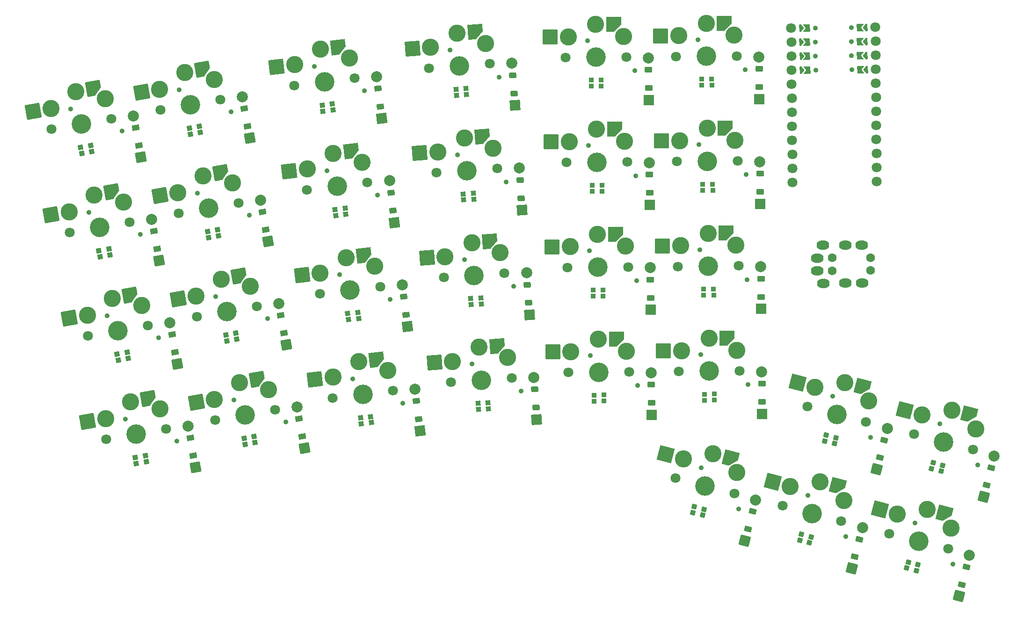
<source format=gbr>
%TF.GenerationSoftware,KiCad,Pcbnew,7.0.10-7.0.10~ubuntu22.04.1*%
%TF.CreationDate,2024-03-04T12:43:43-07:00*%
%TF.ProjectId,boardPcb,626f6172-6450-4636-922e-6b696361645f,v1.0.0*%
%TF.SameCoordinates,Original*%
%TF.FileFunction,Soldermask,Top*%
%TF.FilePolarity,Negative*%
%FSLAX46Y46*%
G04 Gerber Fmt 4.6, Leading zero omitted, Abs format (unit mm)*
G04 Created by KiCad (PCBNEW 7.0.10-7.0.10~ubuntu22.04.1) date 2024-03-04 12:43:43*
%MOMM*%
%LPD*%
G01*
G04 APERTURE LIST*
G04 Aperture macros list*
%AMRoundRect*
0 Rectangle with rounded corners*
0 $1 Rounding radius*
0 $2 $3 $4 $5 $6 $7 $8 $9 X,Y pos of 4 corners*
0 Add a 4 corners polygon primitive as box body*
4,1,4,$2,$3,$4,$5,$6,$7,$8,$9,$2,$3,0*
0 Add four circle primitives for the rounded corners*
1,1,$1+$1,$2,$3*
1,1,$1+$1,$4,$5*
1,1,$1+$1,$6,$7*
1,1,$1+$1,$8,$9*
0 Add four rect primitives between the rounded corners*
20,1,$1+$1,$2,$3,$4,$5,0*
20,1,$1+$1,$4,$5,$6,$7,0*
20,1,$1+$1,$6,$7,$8,$9,0*
20,1,$1+$1,$8,$9,$2,$3,0*%
%AMHorizOval*
0 Thick line with rounded ends*
0 $1 width*
0 $2 $3 position (X,Y) of the first rounded end (center of the circle)*
0 $4 $5 position (X,Y) of the second rounded end (center of the circle)*
0 Add line between two ends*
20,1,$1,$2,$3,$4,$5,0*
0 Add two circle primitives to create the rounded ends*
1,1,$1,$2,$3*
1,1,$1,$4,$5*%
%AMFreePoly0*
4,1,14,1.335355,1.335355,1.350000,1.300000,1.350000,0.000000,1.335355,-0.035355,0.035355,-1.335355,0.000000,-1.350000,-1.300000,-1.350000,-1.335355,-1.335355,-1.350000,-1.300000,-1.350000,1.300000,-1.335355,1.335355,-1.300000,1.350000,1.300000,1.350000,1.335355,1.335355,1.335355,1.335355,$1*%
%AMFreePoly1*
4,1,16,-0.214645,0.660355,-0.210957,0.656235,0.289043,0.031235,0.299694,-0.005522,0.289043,-0.031235,-0.210957,-0.656235,-0.244478,-0.674694,-0.250000,-0.675000,-0.500000,-0.675000,-0.535355,-0.660355,-0.550000,-0.625000,-0.550000,0.625000,-0.535355,0.660355,-0.500000,0.675000,-0.250000,0.675000,-0.214645,0.660355,-0.214645,0.660355,$1*%
%AMFreePoly2*
4,1,16,0.535355,0.660355,0.550000,0.625000,0.550000,-0.625000,0.535355,-0.660355,0.500000,-0.675000,-0.650000,-0.675000,-0.685355,-0.660355,-0.700000,-0.625000,-0.689043,-0.593765,-0.214031,0.000000,-0.689043,0.593765,-0.699694,0.630522,-0.681235,0.664043,-0.650000,0.675000,0.500000,0.675000,0.535355,0.660355,0.535355,0.660355,$1*%
G04 Aperture macros list end*
%ADD10RoundRect,0.050000X1.029867X-0.721121X0.721121X1.029867X-1.029867X0.721121X-0.721121X-1.029867X0*%
%ADD11RoundRect,0.050000X0.669026X-0.338975X0.512743X0.547352X-0.669026X0.338975X-0.512743X-0.547352X0*%
%ADD12C,2.005000*%
%ADD13RoundRect,0.102000X-0.426485X-0.251219X0.251219X-0.426485X0.426485X0.251219X-0.251219X0.426485X0*%
%ADD14RoundRect,0.050000X0.896724X-0.881208X0.881208X0.896724X-0.896724X0.881208X-0.881208X-0.896724X0*%
%ADD15RoundRect,0.050000X0.603904X-0.444747X0.596050X0.455219X-0.603904X0.444747X-0.596050X-0.455219X0*%
%ADD16C,1.801800*%
%ADD17C,3.100000*%
%ADD18C,3.529000*%
%ADD19FreePoly0,10.000000*%
%ADD20RoundRect,0.050000X-1.054507X-1.505993X1.505993X-1.054507X1.054507X1.505993X-1.505993X1.054507X0*%
%ADD21C,0.900000*%
%ADD22FreePoly0,7.000000*%
%ADD23RoundRect,0.050000X-1.131880X-1.448740X1.448740X-1.131880X1.131880X1.448740X-1.448740X1.131880X0*%
%ADD24RoundRect,0.102000X-0.283906X-0.405460X0.405460X-0.283906X0.283906X0.405460X-0.405460X0.283906X0*%
%ADD25FreePoly0,4.000000*%
%ADD26RoundRect,0.050000X-1.206150X-1.387517X1.387517X-1.206150X1.206150X1.387517X-1.387517X1.206150X0*%
%ADD27RoundRect,0.050000X0.948848X-0.824821X0.824821X0.948848X-0.948848X0.824821X-0.824821X-0.948848X0*%
%ADD28RoundRect,0.050000X0.629929X-0.407050X0.567148X0.490758X-0.629929X0.407050X-0.567148X-0.490758X0*%
%ADD29RoundRect,0.102000X-0.304737X-0.390045X0.390045X-0.304737X0.304737X0.390045X-0.390045X0.304737X0*%
%ADD30C,1.600000*%
%ADD31HorizOval,1.700000X-0.299989X-0.002618X0.299989X0.002618X0*%
%ADD32RoundRect,0.102000X-0.346932X-0.353041X0.353041X-0.346932X0.346932X0.353041X-0.353041X0.346932X0*%
%ADD33RoundRect,0.050000X0.638095X-1.083271X1.083271X0.638095X-0.638095X1.083271X-1.083271X-0.638095X0*%
%ADD34RoundRect,0.050000X0.468218X-0.585894X0.693560X0.285438X-0.468218X0.585894X-0.693560X-0.285438X0*%
%ADD35RoundRect,0.102000X-0.324733X-0.373562X0.373562X-0.324733X0.324733X0.373562X-0.373562X0.324733X0*%
%ADD36FreePoly0,0.500000*%
%ADD37RoundRect,0.050000X-1.288606X-1.311295X1.311295X-1.288606X1.288606X1.311295X-1.311295X1.288606X0*%
%ADD38FreePoly0,345.500000*%
%ADD39RoundRect,0.050000X-1.584086X-0.933098X0.933098X-1.584086X1.584086X0.933098X-0.933098X1.584086X0*%
%ADD40RoundRect,0.050000X0.990715X-0.774032X0.774032X0.990715X-0.990715X0.774032X-0.774032X-0.990715X0*%
%ADD41RoundRect,0.050000X0.650369X-0.373524X0.540686X0.519767X-0.650369X0.373524X-0.540686X-0.519767X0*%
%ADD42HorizOval,1.800000X0.000000X0.000000X0.000000X0.000000X0*%
%ADD43FreePoly1,0.500000*%
%ADD44FreePoly2,180.500000*%
%ADD45HorizOval,1.800000X0.000000X0.000000X0.000000X0.000000X0*%
%ADD46FreePoly2,0.500000*%
%ADD47FreePoly1,180.500000*%
G04 APERTURE END LIST*
D10*
%TO.C,D7*%
X156846153Y-143757958D03*
D11*
X156471072Y-141630773D03*
X155898034Y-138380907D03*
D12*
X155522953Y-136253722D03*
%TD*%
D13*
%TO.C,REF\u002A\u002A*%
X254882209Y-198281444D03*
X255157627Y-197216482D03*
X253385917Y-196758286D03*
X253110499Y-197823248D03*
%TD*%
D14*
%TO.C,D23*%
X245968971Y-136941398D03*
D15*
X245950122Y-134781480D03*
X245921324Y-131481606D03*
D12*
X245902475Y-129321688D03*
%TD*%
D16*
%TO.C,S7*%
X140717844Y-138671332D03*
D17*
X140559068Y-134891479D03*
X145101080Y-131856661D03*
D18*
X146134287Y-137716267D03*
D17*
X150407145Y-133154997D03*
D16*
X151550730Y-136761202D03*
D19*
X148326326Y-131287963D03*
D20*
X137333822Y-135460177D03*
D21*
X144136131Y-135022316D03*
X153462062Y-138962749D03*
%TD*%
D16*
%TO.C,S9*%
X168575213Y-172096389D03*
D17*
X168614476Y-168313407D03*
X173309094Y-165520458D03*
D18*
X174034217Y-171426108D03*
D17*
X178539938Y-167094713D03*
D16*
X179493221Y-170755827D03*
D22*
X176559683Y-165121336D03*
D23*
X165363888Y-168712529D03*
D21*
X172179790Y-168631274D03*
X181286713Y-173054388D03*
%TD*%
D16*
%TO.C,S2*%
X124321004Y-160855643D03*
D17*
X124162228Y-157075790D03*
X128704240Y-154040972D03*
D18*
X129737447Y-159900578D03*
D17*
X134010305Y-155339308D03*
D16*
X135153890Y-158945513D03*
D19*
X131929486Y-153472274D03*
D20*
X120936982Y-157644488D03*
D21*
X127739291Y-157206627D03*
X137065222Y-161147060D03*
%TD*%
D24*
%TO.C,REF\u002A\u002A*%
X131550200Y-164911930D03*
X131359187Y-163828642D03*
X129556988Y-164146418D03*
X129748001Y-165229706D03*
%TD*%
D16*
%TO.C,S14*%
X188688664Y-150263110D03*
D17*
X188925859Y-146487366D03*
X193760215Y-143943943D03*
D18*
X194175266Y-149879449D03*
D17*
X198901499Y-145789801D03*
D16*
X199661868Y-149495788D03*
D25*
X197027237Y-143715490D03*
D26*
X185658837Y-146715819D03*
D21*
X192469651Y-146991392D03*
X201332606Y-151885064D03*
%TD*%
D16*
%TO.C,S11*%
X163944178Y-134379635D03*
D17*
X163983441Y-130596653D03*
X168678059Y-127803704D03*
D18*
X169403182Y-133709354D03*
D17*
X173908903Y-129377959D03*
D16*
X174862186Y-133039073D03*
D22*
X171928648Y-127404582D03*
D23*
X160732853Y-130995775D03*
D21*
X167548755Y-130914520D03*
X176655678Y-135337634D03*
%TD*%
D27*
%TO.C,D15*%
X202871549Y-138054021D03*
D28*
X202720875Y-135899283D03*
X202490679Y-132607321D03*
D12*
X202340005Y-130452583D03*
%TD*%
D29*
%TO.C,REF\u002A\u002A*%
X170951176Y-138808711D03*
X170817120Y-137716910D03*
X169000760Y-137939931D03*
X169134816Y-139031732D03*
%TD*%
D30*
%TO.C,TRRS1*%
X265954519Y-146657363D03*
X258954785Y-146718449D03*
X265974590Y-148957275D03*
X258974856Y-149018361D03*
D31*
X256254888Y-146742010D03*
X256274959Y-149041923D03*
X257334775Y-144432499D03*
X257394988Y-151332236D03*
X261334623Y-144397593D03*
X261394836Y-151297330D03*
X264334509Y-144371413D03*
X264394722Y-151271150D03*
%TD*%
D24*
%TO.C,REF\u002A\u002A*%
X154545670Y-180150314D03*
X154354657Y-179067026D03*
X152552458Y-179384802D03*
X152743471Y-180468090D03*
%TD*%
D32*
%TO.C,REF\u002A\u002A*%
X217196916Y-115631667D03*
X217187317Y-114531709D03*
X215357386Y-114547679D03*
X215366985Y-115647637D03*
%TD*%
D27*
%TO.C,D16*%
X201546176Y-119100304D03*
D28*
X201395502Y-116945566D03*
X201165306Y-113653604D03*
D12*
X201014632Y-111498866D03*
%TD*%
D14*
%TO.C,D17*%
X226301341Y-175114482D03*
D15*
X226282492Y-172954564D03*
X226253694Y-169654690D03*
D12*
X226234845Y-167494772D03*
%TD*%
D10*
%TO.C,D5*%
X163444784Y-181180653D03*
D11*
X163069703Y-179053468D03*
X162496665Y-175803602D03*
D12*
X162121584Y-173676417D03*
%TD*%
D16*
%TO.C,S10*%
X166259695Y-153238012D03*
D17*
X166298958Y-149455030D03*
X170993576Y-146662081D03*
D18*
X171718699Y-152567731D03*
D17*
X176224420Y-148236336D03*
D16*
X177177703Y-151897450D03*
D22*
X174244165Y-146262959D03*
D23*
X163048370Y-149854152D03*
D21*
X169864272Y-149772897D03*
X178971195Y-154196011D03*
%TD*%
D32*
%TO.C,REF\u002A\u002A*%
X217528524Y-153630220D03*
X217518925Y-152530262D03*
X215688994Y-152546232D03*
X215698593Y-153646190D03*
%TD*%
D33*
%TO.C,D29*%
X286406611Y-189959579D03*
D34*
X286947432Y-187868380D03*
X287773686Y-184673492D03*
D12*
X288314507Y-182582293D03*
%TD*%
D24*
%TO.C,REF\u002A\u002A*%
X124951569Y-127489236D03*
X124760556Y-126405948D03*
X122958357Y-126723724D03*
X123149370Y-127807012D03*
%TD*%
D35*
%TO.C,REF\u002A\u002A*%
X192803512Y-117145399D03*
X192726780Y-116048079D03*
X190901238Y-116175733D03*
X190977970Y-117273053D03*
%TD*%
D16*
%TO.C,S17*%
X211233757Y-167435677D03*
D17*
X211701014Y-163681456D03*
X216681625Y-161437908D03*
D18*
X216733548Y-167387681D03*
D17*
X221700633Y-163594191D03*
D16*
X222233339Y-167339685D03*
D36*
X219956500Y-161409328D03*
D37*
X208426139Y-163710036D03*
D21*
X215207426Y-164400885D03*
X223755098Y-169826500D03*
%TD*%
D16*
%TO.C,S20*%
X210736345Y-110437848D03*
D17*
X211203602Y-106683627D03*
X216184213Y-104440079D03*
D18*
X216236136Y-110389852D03*
D17*
X221203221Y-106596362D03*
D16*
X221735927Y-110341856D03*
D36*
X219459088Y-104411499D03*
D37*
X207928727Y-106712207D03*
D21*
X214710014Y-107403056D03*
X223257686Y-112828671D03*
%TD*%
D10*
%TO.C,D6*%
X160145469Y-162469306D03*
D11*
X159770388Y-160342121D03*
X159197350Y-157092255D03*
D12*
X158822269Y-154965070D03*
%TD*%
D13*
%TO.C,REF\u002A\u002A*%
X259373083Y-180324008D03*
X259648501Y-179259046D03*
X257876791Y-178800850D03*
X257601373Y-179865812D03*
%TD*%
D24*
%TO.C,REF\u002A\u002A*%
X128250884Y-146200583D03*
X128059871Y-145117295D03*
X126257672Y-145435071D03*
X126448685Y-146518359D03*
%TD*%
D32*
%TO.C,REF\u002A\u002A*%
X217362720Y-134630943D03*
X217353121Y-133530985D03*
X215523190Y-133546955D03*
X215532789Y-134646913D03*
%TD*%
D16*
%TO.C,S29*%
X273839864Y-178642645D03*
D17*
X275262863Y-175137281D03*
X280654437Y-174259257D03*
D18*
X279164676Y-180019735D03*
D17*
X284944339Y-177641081D03*
D16*
X284489488Y-181396825D03*
D38*
X283825121Y-175079251D03*
D39*
X272092179Y-174317287D03*
D21*
X278463595Y-176739722D03*
X285315759Y-184192764D03*
%TD*%
D24*
%TO.C,REF\u002A\u002A*%
X151246355Y-161438967D03*
X151055342Y-160355679D03*
X149253143Y-160673455D03*
X149444156Y-161756743D03*
%TD*%
%TO.C,REF\u002A\u002A*%
X144647724Y-124016272D03*
X144456711Y-122932984D03*
X142654512Y-123250760D03*
X142845525Y-124334048D03*
%TD*%
D16*
%TO.C,S25*%
X230623084Y-186584881D03*
D17*
X232046083Y-183079517D03*
X237437657Y-182201493D03*
D18*
X235947896Y-187961971D03*
D17*
X241727559Y-185583317D03*
D16*
X241272708Y-189339061D03*
D38*
X240608341Y-183021487D03*
D39*
X228875399Y-182259523D03*
D21*
X235246815Y-184681958D03*
X242098979Y-192135000D03*
%TD*%
D16*
%TO.C,S13*%
X190014037Y-169216827D03*
D17*
X190251232Y-165441083D03*
X195085588Y-162897660D03*
D18*
X195500639Y-168833166D03*
D17*
X200226872Y-164743518D03*
D16*
X200987241Y-168449505D03*
D25*
X198352610Y-162669207D03*
D26*
X186984210Y-165669536D03*
D21*
X193795024Y-165945109D03*
X202657979Y-170838781D03*
%TD*%
D13*
%TO.C,REF\u002A\u002A*%
X235519256Y-193273844D03*
X235794674Y-192208882D03*
X234022964Y-191750686D03*
X233747546Y-192815648D03*
%TD*%
D10*
%TO.C,D1*%
X143748629Y-184653616D03*
D11*
X143373548Y-182526431D03*
X142800510Y-179276565D03*
D12*
X142425429Y-177149380D03*
%TD*%
D14*
%TO.C,D18*%
X226135537Y-156115205D03*
D15*
X226116688Y-153955287D03*
X226087890Y-150655413D03*
D12*
X226069041Y-148495495D03*
%TD*%
D16*
%TO.C,S4*%
X117722374Y-123432948D03*
D17*
X117563598Y-119653095D03*
X122105610Y-116618277D03*
D18*
X123138817Y-122477883D03*
D17*
X127411675Y-117916613D03*
D16*
X128555260Y-121522818D03*
D19*
X125330856Y-116049579D03*
D20*
X114338352Y-120221793D03*
D21*
X121140661Y-119783932D03*
X130466592Y-123724365D03*
%TD*%
D40*
%TO.C,D10*%
X182099687Y-159161758D03*
D41*
X181836449Y-157017858D03*
X181434281Y-153742456D03*
D12*
X181171043Y-151598556D03*
%TD*%
D16*
%TO.C,S18*%
X211067953Y-148436401D03*
D17*
X211535210Y-144682180D03*
X216515821Y-142438632D03*
D18*
X216567744Y-148388405D03*
D17*
X221534829Y-144594915D03*
D16*
X222067535Y-148340409D03*
D36*
X219790696Y-142410052D03*
D37*
X208260335Y-144710760D03*
D21*
X215041622Y-145401609D03*
X223589294Y-150827224D03*
%TD*%
D10*
%TO.C,D2*%
X140449314Y-165942269D03*
D11*
X140074233Y-163815084D03*
X139501195Y-160565218D03*
D12*
X139126114Y-158438033D03*
%TD*%
D24*
%TO.C,REF\u002A\u002A*%
X134849515Y-183623278D03*
X134658502Y-182539990D03*
X132856303Y-182857766D03*
X133047316Y-183941054D03*
%TD*%
D40*
%TO.C,D9*%
X184415205Y-178020135D03*
D41*
X184151967Y-175876235D03*
X183749799Y-172600833D03*
D12*
X183486561Y-170456933D03*
%TD*%
D33*
%TO.C,D26*%
X262552784Y-202909414D03*
D34*
X263093605Y-200818215D03*
X263919859Y-197623327D03*
D12*
X264460680Y-195532128D03*
%TD*%
D32*
%TO.C,REF\u002A\u002A*%
X237693567Y-172454965D03*
X237683968Y-171355007D03*
X235854037Y-171370977D03*
X235863636Y-172470935D03*
%TD*%
D16*
%TO.C,S27*%
X269348990Y-196600081D03*
D17*
X270771989Y-193094717D03*
X276163563Y-192216693D03*
D18*
X274673802Y-197977171D03*
D17*
X280453465Y-195598517D03*
D16*
X279998614Y-199354261D03*
D38*
X279334247Y-193036687D03*
D39*
X267601305Y-192274723D03*
D21*
X273972721Y-194697158D03*
X280824885Y-202150200D03*
%TD*%
D10*
%TO.C,D4*%
X133850683Y-128519575D03*
D11*
X133475602Y-126392390D03*
X132902564Y-123142524D03*
D12*
X132527483Y-121015339D03*
%TD*%
D16*
%TO.C,S3*%
X121021689Y-142144296D03*
D17*
X120862913Y-138364443D03*
X125404925Y-135329625D03*
D18*
X126438132Y-141189231D03*
D17*
X130710990Y-136627961D03*
D16*
X131854575Y-140234166D03*
D19*
X128630171Y-134760927D03*
D20*
X117637667Y-138933141D03*
D21*
X124439976Y-138495280D03*
X133765907Y-142435713D03*
%TD*%
D35*
%TO.C,REF\u002A\u002A*%
X194128885Y-136099116D03*
X194052153Y-135001796D03*
X192226611Y-135129450D03*
X192303343Y-136226770D03*
%TD*%
D24*
%TO.C,REF\u002A\u002A*%
X147947039Y-142727619D03*
X147756026Y-141644331D03*
X145953827Y-141962107D03*
X146144840Y-143045395D03*
%TD*%
D16*
%TO.C,S21*%
X231232996Y-167261146D03*
D17*
X231700253Y-163506925D03*
X236680864Y-161263377D03*
D18*
X236732787Y-167213150D03*
D17*
X241699872Y-163419660D03*
D16*
X242232578Y-167165154D03*
D36*
X239955739Y-161234797D03*
D37*
X228425378Y-163535505D03*
D21*
X235206665Y-164226354D03*
X243754337Y-169651969D03*
%TD*%
D29*
%TO.C,REF\u002A\u002A*%
X173266693Y-157667088D03*
X173132637Y-156575287D03*
X171316277Y-156798308D03*
X171450333Y-157890109D03*
%TD*%
D14*
%TO.C,D21*%
X246300579Y-174939951D03*
D15*
X246281730Y-172780033D03*
X246252932Y-169480159D03*
D12*
X246234083Y-167320241D03*
%TD*%
D42*
%TO.C,*%
X251571417Y-105111296D03*
D43*
X253571341Y-105093843D03*
D21*
X255929252Y-105073266D03*
D44*
X263965945Y-105003131D03*
D42*
X251593583Y-107651199D03*
D43*
X253593507Y-107633746D03*
D21*
X255951417Y-107613169D03*
D44*
X263988111Y-107543034D03*
D42*
X251615748Y-110191103D03*
D43*
X253615672Y-110173650D03*
D21*
X255973582Y-110153072D03*
D44*
X264010276Y-110082937D03*
D42*
X251637914Y-112731006D03*
D43*
X253637837Y-112713553D03*
D21*
X255995748Y-112692976D03*
D44*
X264032442Y-112622841D03*
D42*
X251660079Y-115270909D03*
X251682244Y-117810813D03*
X251704410Y-120350716D03*
X251726575Y-122890619D03*
X251748741Y-125430522D03*
X251770906Y-127970426D03*
X251793071Y-130510329D03*
X251815237Y-133050232D03*
D45*
X267054657Y-132917240D03*
X267032491Y-130377337D03*
X267010326Y-127837433D03*
X266988160Y-125297530D03*
X266965995Y-122757627D03*
X266943830Y-120217723D03*
X266921664Y-117677820D03*
X266899499Y-115137917D03*
D46*
X254482805Y-112706179D03*
D21*
X262519499Y-112636044D03*
D47*
X264877410Y-112615467D03*
D45*
X266877333Y-112598014D03*
D46*
X254460640Y-110166276D03*
D21*
X262497334Y-110096141D03*
D47*
X264855244Y-110075563D03*
D45*
X266855168Y-110058110D03*
D46*
X254438475Y-107626372D03*
D21*
X262475168Y-107556237D03*
D47*
X264833079Y-107535660D03*
D45*
X266833003Y-107518207D03*
D46*
X254416309Y-105086469D03*
D21*
X262453003Y-105016334D03*
D47*
X264810913Y-104995757D03*
D45*
X266810837Y-104978304D03*
%TD*%
D14*
%TO.C,D20*%
X225803928Y-118116652D03*
D15*
X225785079Y-115956734D03*
X225756281Y-112656860D03*
D12*
X225737432Y-110496942D03*
%TD*%
D40*
%TO.C,D12*%
X177468652Y-121445004D03*
D41*
X177205414Y-119301104D03*
X176803246Y-116025702D03*
D12*
X176540008Y-113881802D03*
%TD*%
D29*
%TO.C,REF\u002A\u002A*%
X175582211Y-176525465D03*
X175448155Y-175433664D03*
X173631795Y-175656685D03*
X173765851Y-176748486D03*
%TD*%
D10*
%TO.C,D8*%
X153546838Y-125046611D03*
D11*
X153171757Y-122919426D03*
X152598719Y-119669560D03*
D12*
X152223638Y-117542375D03*
%TD*%
D16*
%TO.C,S23*%
X230901387Y-129262593D03*
D17*
X231368644Y-125508372D03*
X236349255Y-123264824D03*
D18*
X236401178Y-129214597D03*
D17*
X241368263Y-125421107D03*
D16*
X241900969Y-129166601D03*
D36*
X239624130Y-123236244D03*
D37*
X228093769Y-125536952D03*
D21*
X234875056Y-126227801D03*
X243422728Y-131653416D03*
%TD*%
D32*
%TO.C,REF\u002A\u002A*%
X237361958Y-134456412D03*
X237352359Y-133356454D03*
X235522428Y-133372424D03*
X235532027Y-134472382D03*
%TD*%
D29*
%TO.C,REF\u002A\u002A*%
X168635658Y-119950334D03*
X168501602Y-118858533D03*
X166685242Y-119081554D03*
X166819298Y-120173355D03*
%TD*%
D32*
%TO.C,REF\u002A\u002A*%
X217694328Y-172629496D03*
X217684729Y-171529538D03*
X215854798Y-171545508D03*
X215864397Y-172645466D03*
%TD*%
D16*
%TO.C,S16*%
X186037918Y-112355676D03*
D17*
X186275113Y-108579932D03*
X191109469Y-106036509D03*
D18*
X191524520Y-111972015D03*
D17*
X196250753Y-107882367D03*
D16*
X197011122Y-111588354D03*
D25*
X194376491Y-105808056D03*
D26*
X183008091Y-108808385D03*
D21*
X189818905Y-109083958D03*
X198681860Y-113977630D03*
%TD*%
D14*
%TO.C,D19*%
X225969732Y-137115929D03*
D15*
X225950883Y-134956011D03*
X225922085Y-131656137D03*
D12*
X225903236Y-129496219D03*
%TD*%
D16*
%TO.C,S19*%
X210902149Y-129437124D03*
D17*
X211369406Y-125682903D03*
X216350017Y-123439355D03*
D18*
X216401940Y-129389128D03*
D17*
X221369025Y-125595638D03*
D16*
X221901731Y-129341132D03*
D36*
X219624892Y-123410775D03*
D37*
X208094531Y-125711483D03*
D21*
X214875818Y-126402332D03*
X223423490Y-131827947D03*
%TD*%
D14*
%TO.C,D24*%
X245803167Y-117942121D03*
D15*
X245784318Y-115782203D03*
X245755520Y-112482329D03*
D12*
X245736671Y-110322411D03*
%TD*%
D14*
%TO.C,D22*%
X246134775Y-155940674D03*
D15*
X246115926Y-153780756D03*
X246087128Y-150480882D03*
D12*
X246068279Y-148320964D03*
%TD*%
D32*
%TO.C,REF\u002A\u002A*%
X237527762Y-153455689D03*
X237518163Y-152355731D03*
X235688232Y-152371701D03*
X235697831Y-153471659D03*
%TD*%
D16*
%TO.C,S12*%
X161628660Y-115521258D03*
D17*
X161667923Y-111738276D03*
X166362541Y-108945327D03*
D18*
X167087664Y-114850977D03*
D17*
X171593385Y-110519582D03*
D16*
X172546668Y-114180696D03*
D22*
X169613130Y-108546205D03*
D23*
X158417335Y-112137398D03*
D21*
X165233237Y-112056143D03*
X174340160Y-116479257D03*
%TD*%
D27*
%TO.C,D14*%
X204196922Y-157007738D03*
D28*
X204046248Y-154853000D03*
X203816052Y-151561038D03*
D12*
X203665378Y-149406300D03*
%TD*%
D27*
%TO.C,D13*%
X205522295Y-175961455D03*
D28*
X205371621Y-173806717D03*
X205141425Y-170514755D03*
D12*
X204990751Y-168360017D03*
%TD*%
D40*
%TO.C,D11*%
X179784170Y-140303381D03*
D41*
X179520932Y-138159481D03*
X179118764Y-134884079D03*
D12*
X178855526Y-132740179D03*
%TD*%
D16*
%TO.C,S6*%
X144017159Y-157382679D03*
D17*
X143858383Y-153602826D03*
X148400395Y-150568008D03*
D18*
X149433602Y-156427614D03*
D17*
X153706460Y-151866344D03*
D16*
X154850045Y-155472549D03*
D19*
X151625641Y-149999310D03*
D20*
X140633137Y-154171524D03*
D21*
X147435446Y-153733663D03*
X156761377Y-157674096D03*
%TD*%
D33*
%TO.C,D25*%
X243189831Y-197901814D03*
D34*
X243730652Y-195810615D03*
X244556906Y-192615727D03*
D12*
X245097727Y-190524528D03*
%TD*%
D13*
%TO.C,REF\u002A\u002A*%
X274245162Y-203289044D03*
X274520580Y-202224082D03*
X272748870Y-201765886D03*
X272473452Y-202830848D03*
%TD*%
D16*
%TO.C,S22*%
X231067192Y-148261870D03*
D17*
X231534449Y-144507649D03*
X236515060Y-142264101D03*
D18*
X236566983Y-148213874D03*
D17*
X241534068Y-144420384D03*
D16*
X242066774Y-148165878D03*
D36*
X239789935Y-142235521D03*
D37*
X228259574Y-144536229D03*
D21*
X235040861Y-145227078D03*
X243588533Y-150652693D03*
%TD*%
D16*
%TO.C,S5*%
X147316475Y-176094027D03*
D17*
X147157699Y-172314174D03*
X151699711Y-169279356D03*
D18*
X152732918Y-175138962D03*
D17*
X157005776Y-170577692D03*
D16*
X158149361Y-174183897D03*
D19*
X154924957Y-168710658D03*
D20*
X143932453Y-172882872D03*
D21*
X150734762Y-172445011D03*
X160060693Y-176385444D03*
%TD*%
D13*
%TO.C,REF\u002A\u002A*%
X278736036Y-185331608D03*
X279011454Y-184266646D03*
X277239744Y-183808450D03*
X276964326Y-184873412D03*
%TD*%
D33*
%TO.C,D27*%
X281915737Y-207917014D03*
D34*
X282456558Y-205825815D03*
X283282812Y-202630927D03*
D12*
X283823633Y-200539728D03*
%TD*%
D35*
%TO.C,REF\u002A\u002A*%
X196779631Y-174006550D03*
X196702899Y-172909230D03*
X194877357Y-173036884D03*
X194954089Y-174134204D03*
%TD*%
%TO.C,REF\u002A\u002A*%
X195454258Y-155052833D03*
X195377526Y-153955513D03*
X193551984Y-154083167D03*
X193628716Y-155180487D03*
%TD*%
D16*
%TO.C,S24*%
X230735583Y-110263317D03*
D17*
X231202840Y-106509096D03*
X236183451Y-104265548D03*
D18*
X236235374Y-110215321D03*
D17*
X241202459Y-106421831D03*
D16*
X241735165Y-110167325D03*
D36*
X239458326Y-104236968D03*
D37*
X227927965Y-106537676D03*
D21*
X234709252Y-107228525D03*
X243256924Y-112654140D03*
%TD*%
D32*
%TO.C,REF\u002A\u002A*%
X237196154Y-115457136D03*
X237186555Y-114357178D03*
X235356624Y-114373148D03*
X235366223Y-115473106D03*
%TD*%
D16*
%TO.C,S1*%
X127620320Y-179566990D03*
D17*
X127461544Y-175787137D03*
X132003556Y-172752319D03*
D18*
X133036763Y-178611925D03*
D17*
X137309621Y-174050655D03*
D16*
X138453206Y-177656860D03*
D19*
X135228802Y-172183621D03*
D20*
X124236298Y-176355835D03*
D21*
X131038607Y-175917974D03*
X140364538Y-179858407D03*
%TD*%
D16*
%TO.C,S26*%
X249986037Y-191592481D03*
D17*
X251409036Y-188087117D03*
X256800610Y-187209093D03*
D18*
X255310849Y-192969571D03*
D17*
X261090512Y-190590917D03*
D16*
X260635661Y-194346661D03*
D38*
X259971294Y-188029087D03*
D39*
X248238352Y-187267123D03*
D21*
X254609768Y-189689558D03*
X261461932Y-197142600D03*
%TD*%
D10*
%TO.C,D3*%
X137149998Y-147230922D03*
D11*
X136774917Y-145103737D03*
X136201879Y-141853871D03*
D12*
X135826798Y-139726686D03*
%TD*%
D16*
%TO.C,S15*%
X187363291Y-131309393D03*
D17*
X187600486Y-127533649D03*
X192434842Y-124990226D03*
D18*
X192849893Y-130925732D03*
D17*
X197576126Y-126836084D03*
D16*
X198336495Y-130542071D03*
D25*
X195701864Y-124761773D03*
D26*
X184333464Y-127762102D03*
D21*
X191144278Y-128037675D03*
X200007233Y-132931347D03*
%TD*%
D16*
%TO.C,S8*%
X137418529Y-119959985D03*
D17*
X137259753Y-116180132D03*
X141801765Y-113145314D03*
D18*
X142834972Y-119004920D03*
D17*
X147107830Y-114443650D03*
D16*
X148251415Y-118049855D03*
D19*
X145027011Y-112576616D03*
D20*
X134034507Y-116748830D03*
D21*
X140836816Y-116310969D03*
X150162747Y-120251402D03*
%TD*%
D33*
%TO.C,D28*%
X267043658Y-184951979D03*
D34*
X267584479Y-182860780D03*
X268410733Y-179665892D03*
D12*
X268951554Y-177574693D03*
%TD*%
D16*
%TO.C,S28*%
X254476911Y-173635045D03*
D17*
X255899910Y-170129681D03*
X261291484Y-169251657D03*
D18*
X259801723Y-175012135D03*
D17*
X265581386Y-172633481D03*
D16*
X265126535Y-176389225D03*
D38*
X264462168Y-170071651D03*
D39*
X252729226Y-169309687D03*
D21*
X259100642Y-171732122D03*
X265952806Y-179185164D03*
%TD*%
M02*

</source>
